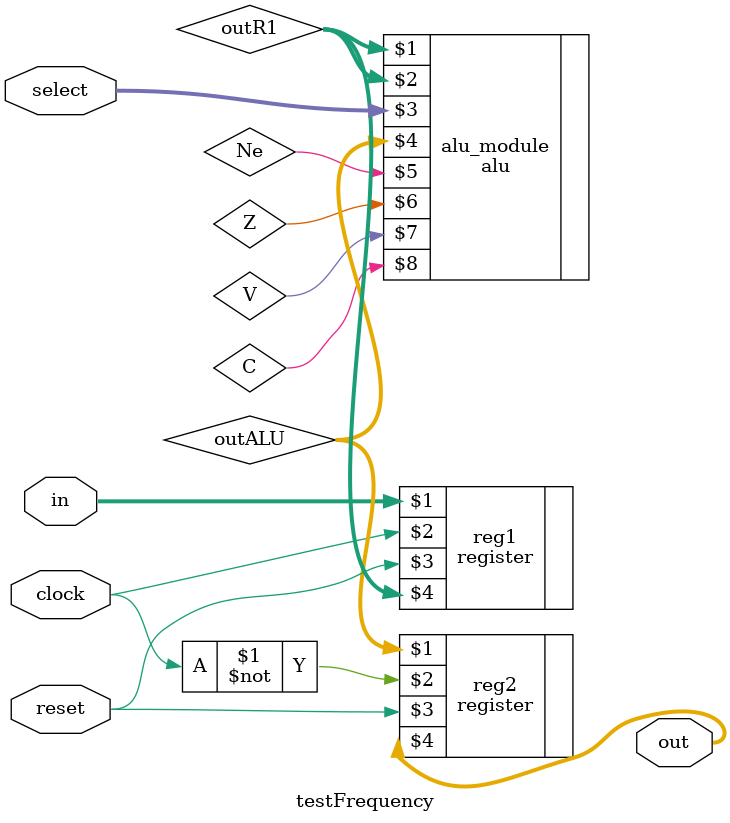
<source format=sv>
module testFrequency #(parameter N=4) (in, clock, reset, out,select,);

	input logic[N-1:0] in; 
	input logic clock, reset;		
	output  logic [N-1:0] out; 

	// outR1 es la salida del primer registro
	// outALU es la salida del ALU
	logic [N-1:0]  outR1, outALU; 
	
	
	// vector de seleccion del ALU
	input logic [3:0] select; // Vector de seleccion de la Alu
	
	// valores para las 4 banderas del ALU
	logic Ne, Z, C, V; 
	
	
	// definicion del primer registro
	register #(N) reg1 (in , clock, reset, outR1);
	
	// definicion del ALU para medir el sumador
	alu #(N) alu_module(outR1,outR1,select, outALU, Ne,Z,V,C);
	// definicion del segundo registro
	register #(N) reg2 (outALU, ~clock, reset, out); 
	

endmodule 


</source>
